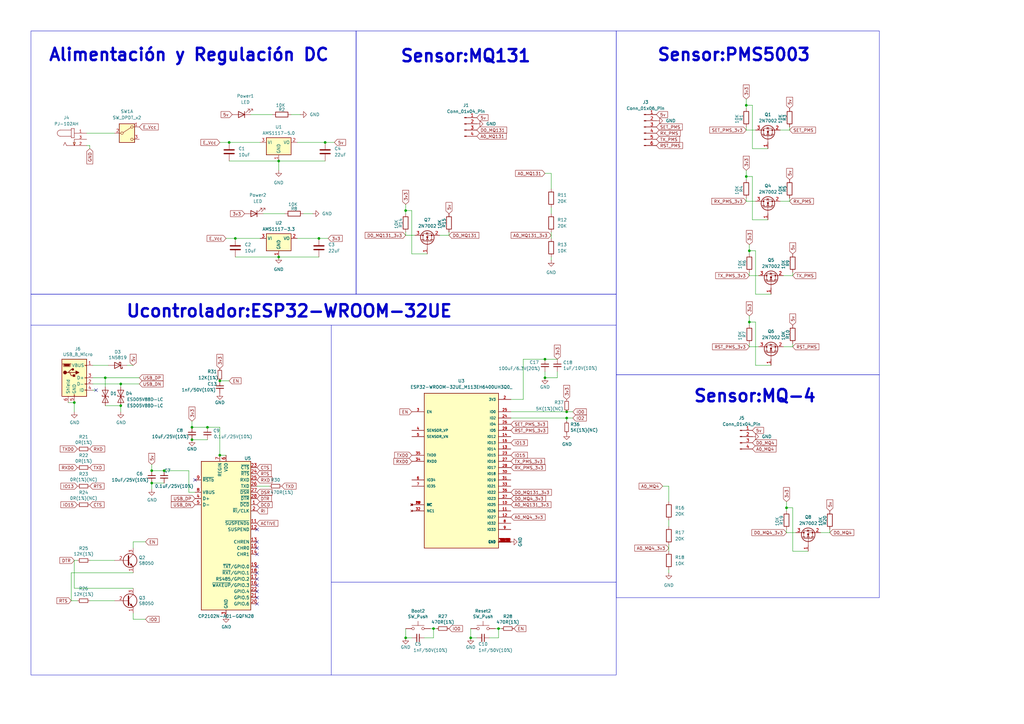
<source format=kicad_sch>
(kicad_sch (version 20231120) (generator "eeschema") (generator_version "8.0")
  (paper "A3")
  (lib_symbols
    (symbol "Connector:Conn_01x04_Pin" (pin_names (offset 1.016) hide)
      (property "Reference" "J" (at 0 5.08 0))
      (property "Value" "Conn_01x04_Pin" (at 0 -7.62 0))
      (symbol "Conn_01x04_Pin_1_1"
        (pin passive line (at 5.08 2.54 180) (length 3.81) (name "Pin_1") (number "1"))
        (pin passive line (at 5.08 0 180) (length 3.81) (name "Pin_2") (number "2"))
        (pin passive line (at 5.08 -2.54 180) (length 3.81) (name "Pin_3") (number "3"))
        (pin passive line (at 5.08 -5.08 180) (length 3.81) (name "Pin_4") (number "4"))
      )
    )
    (symbol "Connector:Conn_01x06_Pin" (pin_names (offset 1.016) hide)
      (property "Reference" "J" (at 0 7.62 0))
      (property "Value" "Conn_01x06_Pin" (at 0 -10.16 0))
      (symbol "Conn_01x06_Pin_1_1"
        (pin passive line (at 5.08 5.08 180) (length 3.81) (name "Pin_1") (number "1"))
        (pin passive line (at 5.08 2.54 180) (length 3.81) (name "Pin_2") (number "2"))
        (pin passive line (at 5.08 0 180) (length 3.81) (name "Pin_3") (number "3"))
        (pin passive line (at 5.08 -2.54 180) (length 3.81) (name "Pin_4") (number "4"))
        (pin passive line (at 5.08 -5.08 180) (length 3.81) (name "Pin_5") (number "5"))
        (pin passive line (at 5.08 -7.62 180) (length 3.81) (name "Pin_6") (number "6"))
      )
    )
    (symbol "Custom_Library:ESP32-WROOM-32UE_M113EH6400UH3Q0_" (pin_names (offset 1.016))
      (property "Reference" "U" (at -15.0359 34.1345 0))
      (property "Value" "ESP32-WROOM-32UE_M113EH6400UH3Q0_" (at -15.2867 -33.1281 0))
      (symbol "ESP32-WROOM-32UE_M113EH6400UH3Q0__0_0"
        (pin power_in line (at 20.32 -27.94 180) (length 5.08) (name "GND") (number "1"))
        (pin bidirectional line (at 20.32 -12.7 180) (length 5.08) (name "IO25") (number "10"))
        (pin bidirectional line (at 20.32 -15.24 180) (length 5.08) (name "IO26") (number "11"))
        (pin bidirectional line (at 20.32 -17.78 180) (length 5.08) (name "IO27") (number "12"))
        (pin bidirectional line (at 20.32 10.16 180) (length 5.08) (name "IO14") (number "13"))
        (pin bidirectional line (at 20.32 15.24 180) (length 5.08) (name "IO12") (number "14"))
        (pin power_in line (at 20.32 -27.94 180) (length 5.08) (name "GND") (number "15"))
        (pin bidirectional line (at 20.32 12.7 180) (length 5.08) (name "IO13") (number "16"))
        (pin no_connect line (at -20.32 -12.7 0) (length 5.08) (name "NC") (number "17"))
        (pin no_connect line (at -20.32 -12.7 0) (length 5.08) (name "NC") (number "18"))
        (pin no_connect line (at -20.32 -12.7 0) (length 5.08) (name "NC") (number "19"))
        (pin power_in line (at 20.32 30.48 180) (length 5.08) (name "3V3") (number "2"))
        (pin no_connect line (at -20.32 -12.7 0) (length 5.08) (name "NC") (number "20"))
        (pin no_connect line (at -20.32 -12.7 0) (length 5.08) (name "NC") (number "21"))
        (pin no_connect line (at -20.32 -12.7 0) (length 5.08) (name "NC") (number "22"))
        (pin bidirectional line (at 20.32 7.62 180) (length 5.08) (name "IO15") (number "23"))
        (pin bidirectional line (at 20.32 22.86 180) (length 5.08) (name "IO2") (number "24"))
        (pin bidirectional line (at 20.32 25.4 180) (length 5.08) (name "IO0") (number "25"))
        (pin bidirectional line (at 20.32 20.32 180) (length 5.08) (name "IO4") (number "26"))
        (pin bidirectional line (at 20.32 5.08 180) (length 5.08) (name "IO16") (number "27"))
        (pin bidirectional line (at 20.32 2.54 180) (length 5.08) (name "IO17") (number "28"))
        (pin bidirectional line (at 20.32 17.78 180) (length 5.08) (name "IO5") (number "29"))
        (pin input line (at -20.32 25.4 0) (length 5.08) (name "EN") (number "3"))
        (pin bidirectional line (at 20.32 0 180) (length 5.08) (name "IO18") (number "30"))
        (pin bidirectional line (at 20.32 -2.54 180) (length 5.08) (name "IO19") (number "31"))
        (pin no_connect line (at -20.32 -15.24 0) (length 5.08) (name "NC1") (number "32"))
        (pin bidirectional line (at 20.32 -5.08 180) (length 5.08) (name "IO21") (number "33"))
        (pin bidirectional line (at -20.32 5.08 0) (length 5.08) (name "RXD0") (number "34"))
        (pin bidirectional line (at -20.32 7.62 0) (length 5.08) (name "TXD0") (number "35"))
        (pin bidirectional line (at 20.32 -7.62 180) (length 5.08) (name "IO22") (number "36"))
        (pin bidirectional line (at 20.32 -10.16 180) (length 5.08) (name "IO23") (number "37"))
        (pin power_in line (at 20.32 -27.94 180) (length 5.08) (name "GND") (number "38"))
        (pin power_in line (at 20.32 -27.94 180) (length 5.08) (name "GND") (number "39_1"))
        (pin power_in line (at 20.32 -27.94 180) (length 5.08) (name "GND") (number "39_10"))
        (pin power_in line (at 20.32 -27.94 180) (length 5.08) (name "GND") (number "39_11"))
        (pin power_in line (at 20.32 -27.94 180) (length 5.08) (name "GND") (number "39_12"))
        (pin power_in line (at 20.32 -27.94 180) (length 5.08) (name "GND") (number "39_13"))
        (pin power_in line (at 20.32 -27.94 180) (length 5.08) (name "GND") (number "39_14"))
        (pin power_in line (at 20.32 -27.94 180) (length 5.08) (name "GND") (number "39_15"))
        (pin power_in line (at 20.32 -27.94 180) (length 5.08) (name "GND") (number "39_16"))
        (pin power_in line (at 20.32 -27.94 180) (length 5.08) (name "GND") (number "39_17"))
        (pin power_in line (at 20.32 -27.94 180) (length 5.08) (name "GND") (number "39_18"))
        (pin power_in line (at 20.32 -27.94 180) (length 5.08) (name "GND") (number "39_19"))
        (pin power_in line (at 20.32 -27.94 180) (length 5.08) (name "GND") (number "39_2"))
        (pin power_in line (at 20.32 -27.94 180) (length 5.08) (name "GND") (number "39_20"))
        (pin power_in line (at 20.32 -27.94 180) (length 5.08) (name "GND") (number "39_21"))
        (pin power_in line (at 20.32 -27.94 180) (length 5.08) (name "GND") (number "39_3"))
        (pin power_in line (at 20.32 -27.94 180) (length 5.08) (name "GND") (number "39_4"))
        (pin power_in line (at 20.32 -27.94 180) (length 5.08) (name "GND") (number "39_5"))
        (pin power_in line (at 20.32 -27.94 180) (length 5.08) (name "GND") (number "39_6"))
        (pin power_in line (at 20.32 -27.94 180) (length 5.08) (name "GND") (number "39_7"))
        (pin power_in line (at 20.32 -27.94 180) (length 5.08) (name "GND") (number "39_8"))
        (pin power_in line (at 20.32 -27.94 180) (length 5.08) (name "GND") (number "39_9"))
        (pin input line (at -20.32 17.78 0) (length 5.08) (name "SENSOR_VP") (number "4"))
        (pin input line (at -20.32 15.24 0) (length 5.08) (name "SENSOR_VN") (number "5"))
        (pin input line (at -20.32 -2.54 0) (length 5.08) (name "IO34") (number "6"))
        (pin input line (at -20.32 -5.08 0) (length 5.08) (name "IO35") (number "7"))
        (pin bidirectional line (at 20.32 -20.32 180) (length 5.08) (name "IO32") (number "8"))
        (pin bidirectional line (at 20.32 -22.86 180) (length 5.08) (name "IO33") (number "9"))
      )
    )
    (symbol "Custom_Library:PJ-102AH" (pin_names (offset 1.016) hide)
      (property "Reference" "J" (at -7.62 5.08 0))
      (property "Value" "PJ-102AH" (at -7.62 -5.08 0))
      (symbol "PJ-102AH_0_0"
        (pin passive line (at 5.08 2.54 180) (length 5.08) (name "~") (number "1"))
        (pin passive line (at 5.08 -2.54 180) (length 5.08) (name "~") (number "2"))
        (pin passive line (at 5.08 0 180) (length 5.08) (name "~") (number "3"))
      )
    )
    (symbol "Device:C" (pin_numbers hide) (pin_names (offset 0.254))
      (property "Reference" "C" (at 0.635 2.54 0))
      (property "Value" "C" (at 0.635 -2.54 0))
      (symbol "C_1_1"
        (pin passive line (at 0 3.81 270) (length 2.794) (name "~") (number "1"))
        (pin passive line (at 0 -3.81 90) (length 2.794) (name "~") (number "2"))
      )
    )
    (symbol "Device:C_Small" (pin_numbers hide) (pin_names (offset 0.254) hide)
      (property "Reference" "C" (at 0.254 1.778 0))
      (property "Value" "C_Small" (at 0.254 -2.032 0))
      (symbol "C_Small_1_1"
        (pin passive line (at 0 2.54 270) (length 2.032) (name "~") (number "1"))
        (pin passive line (at 0 -2.54 90) (length 2.032) (name "~") (number "2"))
      )
    )
    (symbol "Device:LED" (pin_numbers hide) (pin_names (offset 1.016) hide)
      (property "Reference" "D" (at 0 2.54 0))
      (property "Value" "LED" (at 0 -2.54 0))
      (symbol "LED_1_1"
        (pin passive line (at -3.81 0 0) (length 2.54) (name "K") (number "1"))
        (pin passive line (at 3.81 0 180) (length 2.54) (name "A") (number "2"))
      )
    )
    (symbol "Device:R" (pin_numbers hide) (pin_names (offset 0))
      (property "Reference" "R" (at 2.032 0 90))
      (property "Value" "R" (at 0 0 90))
      (symbol "R_1_1"
        (pin passive line (at 0 3.81 270) (length 1.27) (name "~") (number "1"))
        (pin passive line (at 0 -3.81 90) (length 1.27) (name "~") (number "2"))
      )
    )
    (symbol "Device:R_Small" (pin_numbers hide) (pin_names (offset 0.254) hide)
      (property "Reference" "R" (at 0.762 0.508 0))
      (property "Value" "R_Small" (at 0.762 -1.016 0))
      (symbol "R_Small_1_1"
        (pin passive line (at 0 2.54 270) (length 0.762) (name "~") (number "1"))
        (pin passive line (at 0 -2.54 90) (length 0.762) (name "~") (number "2"))
      )
    )
    (symbol "Diode:1N5819" (pin_numbers hide) (pin_names (offset 1.016) hide)
      (property "Reference" "D" (at 0 2.54 0))
      (property "Value" "1N5819" (at 0 -2.54 0))
      (symbol "1N5819_1_1"
        (pin passive line (at -3.81 0 0) (length 2.54) (name "K") (number "1"))
        (pin passive line (at 3.81 0 180) (length 2.54) (name "A") (number "2"))
      )
    )
    (symbol "Regulator_Linear:AMS1117-3.3"
      (property "Reference" "U" (at -3.81 3.175 0))
      (property "Value" "AMS1117-3.3" (at 0 3.175 0))
      (symbol "AMS1117-3.3_1_1"
        (pin power_in line (at 0 -7.62 90) (length 2.54) (name "GND") (number "1"))
        (pin power_out line (at 7.62 0 180) (length 2.54) (name "VO") (number "2"))
        (pin power_in line (at -7.62 0 0) (length 2.54) (name "VI") (number "3"))
      )
    )
    (symbol "Regulator_Linear:AMS1117-5.0"
      (property "Reference" "U" (at -3.81 3.175 0))
      (property "Value" "AMS1117-5.0" (at 0 3.175 0))
      (symbol "AMS1117-5.0_1_1"
        (pin power_in line (at 0 -7.62 90) (length 2.54) (name "GND") (number "1"))
        (pin power_out line (at 7.62 0 180) (length 2.54) (name "VO") (number "2"))
        (pin power_in line (at -7.62 0 0) (length 2.54) (name "VI") (number "3"))
      )
    )
    (symbol "Switch:SW_DPDT_x2" (pin_names (offset 0) hide)
      (property "Reference" "SW" (at 0 5.08 0))
      (property "Value" "SW_DPDT_x2" (at 0 -5.08 0))
      (symbol "SW_DPDT_x2_1_1"
        (pin passive line (at 5.08 2.54 180) (length 2.54) (name "A") (number "1"))
        (pin passive line (at -5.08 0 0) (length 2.54) (name "B") (number "2"))
        (pin passive line (at 5.08 -2.54 180) (length 2.54) (name "C") (number "3"))
      )
      (symbol "SW_DPDT_x2_2_1"
        (pin passive line (at 5.08 2.54 180) (length 2.54) (name "A") (number "4"))
        (pin passive line (at -5.08 0 0) (length 2.54) (name "B") (number "5"))
        (pin passive line (at 5.08 -2.54 180) (length 2.54) (name "C") (number "6"))
      )
    )
    (symbol "Switch:SW_Push" (pin_numbers hide) (pin_names (offset 1.016) hide)
      (property "Reference" "SW" (at 1.27 2.54 0))
      (property "Value" "SW_Push" (at 0 -1.524 0))
      (symbol "SW_Push_0_1"
        (pin passive line (at -5.08 0 0) (length 2.54) (name "1") (number "1"))
        (pin passive line (at 5.08 0 180) (length 2.54) (name "2") (number "2"))
      )
    )
    (symbol "Transistor_BJT:S8050" (pin_names (offset 0) hide)
      (property "Reference" "Q" (at 5.08 1.905 0))
      (property "Value" "S8050" (at 5.08 0 0))
      (symbol "S8050_1_1"
        (pin passive line (at 2.54 -5.08 90) (length 2.54) (name "E") (number "1"))
        (pin input line (at -5.08 0 0) (length 5.08) (name "B") (number "2"))
        (pin passive line (at 2.54 5.08 270) (length 2.54) (name "C") (number "3"))
      )
    )
    (symbol "Transistor_FET:2N7002" (pin_names hide)
      (property "Reference" "Q" (at 5.08 1.905 0))
      (property "Value" "2N7002" (at 5.08 0 0))
      (symbol "2N7002_1_1"
        (pin input line (at -5.08 0 0) (length 2.54) (name "G") (number "1"))
        (pin passive line (at 2.54 -5.08 90) (length 2.54) (name "S") (number "2"))
        (pin passive line (at 2.54 5.08 270) (length 2.54) (name "D") (number "3"))
      )
    )
    (symbol "esp32-rescue:CP2102N-A01-GQFN28-Interface_USB"
      (property "Reference" "U" (at -7.62 31.75 0))
      (property "Value" "Interface_USB_CP2102N-A01-GQFN28" (at 26.67 31.75 0))
      (symbol "CP2102N-A01-GQFN28-Interface_USB_1_1"
        (pin input line (at 12.7 12.7 180) (length 2.54) (name "~{DCD}") (number "1"))
        (pin no_connect line (at -10.16 -10.16 0) (length 2.54) hide (name "NC") (number "10"))
        (pin output line (at 12.7 5.08 180) (length 2.54) (name "~{SUSPENDb}") (number "11"))
        (pin output line (at 12.7 2.54 180) (length 2.54) (name "SUSPEND") (number "12"))
        (pin output line (at 12.7 -2.54 180) (length 2.54) (name "CHREN") (number "13"))
        (pin output line (at 12.7 -7.62 180) (length 2.54) (name "CHR1") (number "14"))
        (pin output line (at 12.7 -5.08 180) (length 2.54) (name "CHR0") (number "15"))
        (pin bidirectional line (at 12.7 -20.32 180) (length 2.54) (name "~{WAKEUP}/GPIO.3") (number "16"))
        (pin bidirectional line (at 12.7 -17.78 180) (length 2.54) (name "RS485/GPIO.2") (number "17"))
        (pin bidirectional line (at 12.7 -15.24 180) (length 2.54) (name "~{RXT}/GPIO.1") (number "18"))
        (pin bidirectional line (at 12.7 -12.7 180) (length 2.54) (name "~{TXT}/GPIO.0") (number "19"))
        (pin bidirectional line (at 12.7 10.16 180) (length 2.54) (name "~{RI}/CLK") (number "2"))
        (pin bidirectional line (at 12.7 -27.94 180) (length 2.54) (name "GPIO.6") (number "20"))
        (pin bidirectional line (at 12.7 -25.4 180) (length 2.54) (name "GPIO.5") (number "21"))
        (pin bidirectional line (at 12.7 -22.86 180) (length 2.54) (name "GPIO.4") (number "22"))
        (pin input line (at 12.7 27.94 180) (length 2.54) (name "~{CTS}") (number "23"))
        (pin output line (at 12.7 25.4 180) (length 2.54) (name "~{RTS}") (number "24"))
        (pin input line (at 12.7 22.86 180) (length 2.54) (name "RXD") (number "25"))
        (pin output line (at 12.7 20.32 180) (length 2.54) (name "TXD") (number "26"))
        (pin input line (at 12.7 17.78 180) (length 2.54) (name "~{DSR}") (number "27"))
        (pin output line (at 12.7 15.24 180) (length 2.54) (name "~{DTR}") (number "28"))
        (pin passive line (at 0 -33.02 90) (length 2.54) hide (name "GND") (number "29"))
        (pin power_in line (at 0 -33.02 90) (length 2.54) (name "GND") (number "3"))
        (pin bidirectional line (at -12.7 15.24 0) (length 2.54) (name "D+") (number "4"))
        (pin bidirectional line (at -12.7 12.7 0) (length 2.54) (name "D-") (number "5"))
        (pin passive line (at 0 33.02 270) (length 2.54) (name "VDD") (number "6"))
        (pin power_in line (at -2.54 33.02 270) (length 2.54) (name "REGIN") (number "7"))
        (pin input line (at -12.7 17.78 0) (length 2.54) (name "VBUS") (number "8"))
        (pin input line (at -12.7 22.86 0) (length 2.54) (name "~{RSTb}") (number "9"))
      )
    )
    (symbol "esp32-rescue:ESD9B5.0ST5G-Diode" (pin_numbers hide) (pin_names (offset 1.016) hide)
      (property "Reference" "D" (at 0 2.54 0))
      (property "Value" "ESD9B5.0ST5G-Diode" (at 0 -2.54 0))
      (symbol "ESD9B5.0ST5G-Diode_1_1"
        (pin passive line (at -3.81 0 0) (length 2.54) (name "A1") (number "1"))
        (pin passive line (at 3.81 0 180) (length 2.54) (name "A2") (number "2"))
      )
    )
    (symbol "esp32-rescue:GND-power" (power) (pin_names (offset 0))
      (property "Value" "power_GND" (at 0 -3.81 0))
      (symbol "GND-power_1_1"
        (pin power_in line (at 0 0 270) (length 0) hide (name "GND") (number "1"))
      )
    )
    (symbol "esp32-rescue:USB_B_Micro-Connector" (pin_names (offset 1.016))
      (property "Reference" "J" (at -5.08 11.43 0))
      (property "Value" "USB_B_Micro-Connector" (at -5.08 8.89 0))
      (symbol "USB_B_Micro-Connector_1_1"
        (pin power_out line (at 7.62 5.08 180) (length 2.54) (name "VBUS") (number "1"))
        (pin passive line (at 7.62 -2.54 180) (length 2.54) (name "D-") (number "2"))
        (pin passive line (at 7.62 0 180) (length 2.54) (name "D+") (number "3"))
        (pin passive line (at 7.62 -5.08 180) (length 2.54) (name "ID") (number "4"))
        (pin power_out line (at 0 -10.16 90) (length 2.54) (name "GND") (number "5"))
        (pin passive line (at -2.54 -10.16 90) (length 2.54) (name "Shield") (number "6"))
      )
    )
    (symbol "power:GND" (power) (pin_numbers hide) (pin_names (offset 0) hide)
      (property "Value" "GND" (at 0 -3.81 0))
      (symbol "GND_1_1"
        (pin power_in line (at 0 0 270) (length 0) (name "~") (number "1"))
      )
    )
  )
  (junction (at 85.09 175.26))
  (junction (at 130.81 97.79))
  (junction (at 177.8 257.81))
  (junction (at 193.04 261.62))
  (junction (at 166.37 86.36))
  (junction (at 30.48 165.1))
  (junction (at 90.17 186.69))
  (junction (at 223.52 154.94))
  (junction (at 67.31 193.04))
  (junction (at 90.17 156.21))
  (junction (at 232.41 168.91))
  (junction (at 78.74 180.34))
  (junction (at 93.98 58.42))
  (junction (at 204.47 257.81))
  (junction (at 43.18 154.94))
  (junction (at 307.34 102.87))
  (junction (at 133.35 58.42))
  (junction (at 49.53 157.48))
  (junction (at 322.58 208.28))
  (junction (at 114.3 105.41))
  (junction (at 232.41 171.45))
  (junction (at 62.23 193.04))
  (junction (at 114.3 66.04))
  (junction (at 96.52 97.79))
  (junction (at 166.37 261.62))
  (junction (at 62.23 198.12))
  (junction (at 306.07 43.18))
  (junction (at 78.74 175.26))
  (junction (at 306.07 72.39))
  (junction (at 49.53 166.37))
  (junction (at 223.52 147.32))
  (junction (at 307.34 132.08))
  (no_connect (at 105.41 245.11))
  (no_connect (at 105.41 222.25))
  (no_connect (at 105.41 224.79))
  (no_connect (at 105.41 240.03))
  (no_connect (at 105.41 217.17))
  (no_connect (at 80.01 196.85))
  (no_connect (at 105.41 242.57))
  (no_connect (at 105.41 227.33))
  (no_connect (at 105.41 237.49))
  (no_connect (at 105.41 234.95))
  (no_connect (at 39.37 160.02))
  (no_connect (at 105.41 247.65))
  (no_connect (at 105.41 232.41))
  (wire (pts (xy 49.53 157.48) (xy 49.53 158.75)))
  (wire (pts (xy 325.12 142.24) (xy 325.12 140.97)))
  (wire (pts (xy 308.61 60.96) (xy 308.61 43.18)))
  (wire (pts (xy 223.52 147.32) (xy 214.63 147.32)))
  (wire (pts (xy 177.8 257.81) (xy 179.07 257.81)))
  (wire (pts (xy 121.92 97.79) (xy 130.81 97.79)))
  (wire (pts (xy 49.53 157.48) (xy 57.15 157.48)))
  (wire (pts (xy 128.27 87.63) (xy 124.46 87.63)))
  (wire (pts (xy 306.07 69.85) (xy 306.07 72.39)))
  (wire (pts (xy 325.12 113.03) (xy 325.12 111.76)))
  (wire (pts (xy 39.37 160.02) (xy 38.1 160.02)))
  (wire (pts (xy 307.34 113.03) (xy 307.34 111.76)))
  (wire (pts (xy 274.32 199.39) (xy 274.32 205.74)))
  (wire (pts (xy 321.31 113.03) (xy 325.12 113.03)))
  (wire (pts (xy 195.58 261.62) (xy 193.04 261.62)))
  (wire (pts (xy 226.06 105.41) (xy 226.06 106.68)))
  (wire (pts (xy 311.15 113.03) (xy 307.34 113.03)))
  (wire (pts (xy 322.58 208.28) (xy 322.58 209.55)))
  (wire (pts (xy 309.88 149.86) (xy 309.88 132.08)))
  (wire (pts (xy 308.61 72.39) (xy 306.07 72.39)))
  (wire (pts (xy 30.48 229.87) (xy 30.48 241.3)))
  (wire (pts (xy 166.37 257.81) (xy 166.37 261.62)))
  (wire (pts (xy 193.04 257.81) (xy 193.04 261.62)))
  (wire (pts (xy 29.21 246.38) (xy 31.75 246.38)))
  (wire (pts (xy 168.91 86.36) (xy 166.37 86.36)))
  (wire (pts (xy 114.3 105.41) (xy 130.81 105.41)))
  (wire (pts (xy 90.17 156.21) (xy 93.98 156.21)))
  (wire (pts (xy 228.6 154.94) (xy 228.6 152.4)))
  (wire (pts (xy 309.88 82.55) (xy 306.07 82.55)))
  (wire (pts (xy 130.81 97.79) (xy 134.62 97.79)))
  (wire (pts (xy 232.41 171.45) (xy 234.95 171.45)))
  (wire (pts (xy 29.21 234.95) (xy 54.61 234.95)))
  (wire (pts (xy 170.18 96.52) (xy 166.37 96.52)))
  (wire (pts (xy 203.2 257.81) (xy 204.47 257.81)))
  (wire (pts (xy 67.31 193.04) (xy 77.47 193.04)))
  (wire (pts (xy 180.34 96.52) (xy 184.15 96.52)))
  (wire (pts (xy 307.34 100.33) (xy 307.34 102.87)))
  (wire (pts (xy 62.23 198.12) (xy 62.23 200.66)))
  (wire (pts (xy 323.85 82.55) (xy 323.85 81.28)))
  (wire (pts (xy 43.18 166.37) (xy 49.53 166.37)))
  (wire (pts (xy 166.37 86.36) (xy 166.37 87.63)))
  (wire (pts (xy 90.17 58.42) (xy 93.98 58.42)))
  (wire (pts (xy 54.61 224.79) (xy 54.61 222.25)))
  (wire (pts (xy 38.1 149.86) (xy 44.45 149.86)))
  (wire (pts (xy 306.07 72.39) (xy 306.07 73.66)))
  (wire (pts (xy 30.48 165.1) (xy 30.48 168.91)))
  (wire (pts (xy 307.34 142.24) (xy 307.34 140.97)))
  (wire (pts (xy 322.58 218.44) (xy 322.58 217.17)))
  (wire (pts (xy 307.34 132.08) (xy 307.34 133.35)))
  (wire (pts (xy 307.34 102.87) (xy 307.34 104.14)))
  (wire (pts (xy 309.88 120.65) (xy 309.88 102.87)))
  (wire (pts (xy 93.98 58.42) (xy 106.68 58.42)))
  (wire (pts (xy 184.15 96.52) (xy 184.15 95.25)))
  (wire (pts (xy 325.12 208.28) (xy 322.58 208.28)))
  (wire (pts (xy 226.06 71.12) (xy 226.06 77.47)))
  (wire (pts (xy 166.37 83.82) (xy 166.37 86.36)))
  (wire (pts (xy 314.96 90.17) (xy 308.61 90.17)))
  (wire (pts (xy 176.53 257.81) (xy 177.8 257.81)))
  (wire (pts (xy 177.8 257.81) (xy 177.8 261.62)))
  (wire (pts (xy 43.18 154.94) (xy 43.18 158.75)))
  (wire (pts (xy 204.47 261.62) (xy 204.47 257.81)))
  (wire (pts (xy 96.52 97.79) (xy 106.68 97.79)))
  (wire (pts (xy 105.41 199.39) (xy 110.49 199.39)))
  (wire (pts (xy 133.35 58.42) (xy 137.16 58.42)))
  (wire (pts (xy 314.96 60.96) (xy 308.61 60.96)))
  (wire (pts (xy 209.55 171.45) (xy 232.41 171.45)))
  (wire (pts (xy 54.61 254) (xy 59.69 254)))
  (wire (pts (xy 228.6 147.32) (xy 223.52 147.32)))
  (wire (pts (xy 311.15 142.24) (xy 307.34 142.24)))
  (wire (pts (xy 340.36 218.44) (xy 340.36 217.17)))
  (wire (pts (xy 307.34 129.54) (xy 307.34 132.08)))
  (wire (pts (xy 309.88 53.34) (xy 306.07 53.34)))
  (wire (pts (xy 29.21 246.38) (xy 29.21 234.95)))
  (wire (pts (xy 271.78 199.39) (xy 274.32 199.39)))
  (wire (pts (xy 38.1 154.94) (xy 43.18 154.94)))
  (wire (pts (xy 90.17 175.26) (xy 90.17 186.69)))
  (wire (pts (xy 114.3 66.04) (xy 133.35 66.04)))
  (wire (pts (xy 62.23 190.5) (xy 62.23 193.04)))
  (wire (pts (xy 306.07 53.34) (xy 306.07 52.07)))
  (wire (pts (xy 36.83 246.38) (xy 46.99 246.38)))
  (wire (pts (xy 121.92 58.42) (xy 133.35 58.42)))
  (wire (pts (xy 166.37 261.62) (xy 168.91 261.62)))
  (wire (pts (xy 232.41 171.45) (xy 232.41 172.72)))
  (wire (pts (xy 54.61 251.46) (xy 54.61 254)))
  (wire (pts (xy 177.8 261.62) (xy 173.99 261.62)))
  (wire (pts (xy 49.53 168.91) (xy 49.53 166.37)))
  (wire (pts (xy 309.88 132.08) (xy 307.34 132.08)))
  (polyline (pts (xy 135.89 238.76) (xy 252.73 238.76)))
  (wire (pts (xy 30.48 229.87) (xy 31.75 229.87)))
  (wire (pts (xy 36.83 59.69) (xy 36.83 60.96)))
  (wire (pts (xy 336.55 218.44) (xy 340.36 218.44)))
  (wire (pts (xy 114.3 66.04) (xy 114.3 69.85)))
  (wire (pts (xy 306.07 40.64) (xy 306.07 43.18)))
  (wire (pts (xy 43.18 154.94) (xy 57.15 154.94)))
  (polyline (pts (xy 12.7 133.35) (xy 252.73 133.35)))
  (wire (pts (xy 54.61 149.86) (xy 52.07 149.86)))
  (wire (pts (xy 308.61 43.18) (xy 306.07 43.18)))
  (wire (pts (xy 175.26 104.14) (xy 168.91 104.14)))
  (wire (pts (xy 320.04 82.55) (xy 323.85 82.55)))
  (wire (pts (xy 223.52 154.94) (xy 223.52 152.4)))
  (wire (pts (xy 38.1 157.48) (xy 49.53 157.48)))
  (wire (pts (xy 78.74 172.72) (xy 78.74 175.26)))
  (wire (pts (xy 331.47 226.06) (xy 325.12 226.06)))
  (wire (pts (xy 77.47 193.04) (xy 77.47 201.93)))
  (wire (pts (xy 168.91 104.14) (xy 168.91 86.36)))
  (wire (pts (xy 102.87 46.99) (xy 111.76 46.99)))
  (wire (pts (xy 92.71 97.79) (xy 96.52 97.79)))
  (wire (pts (xy 209.55 168.91) (xy 232.41 168.91)))
  (wire (pts (xy 308.61 90.17) (xy 308.61 72.39)))
  (wire (pts (xy 62.23 198.12) (xy 67.31 198.12)))
  (wire (pts (xy 274.32 213.36) (xy 274.32 215.9)))
  (wire (pts (xy 325.12 226.06) (xy 325.12 208.28)))
  (wire (pts (xy 30.48 241.3) (xy 54.61 241.3)))
  (wire (pts (xy 85.09 175.26) (xy 90.17 175.26)))
  (wire (pts (xy 54.61 222.25) (xy 59.69 222.25)))
  (wire (pts (xy 123.19 46.99) (xy 119.38 46.99)))
  (wire (pts (xy 316.23 149.86) (xy 309.88 149.86)))
  (wire (pts (xy 27.94 165.1) (xy 30.48 165.1)))
  (wire (pts (xy 35.56 54.61) (xy 46.99 54.61)))
  (wire (pts (xy 78.74 175.26) (xy 85.09 175.26)))
  (wire (pts (xy 107.95 87.63) (xy 116.84 87.63)))
  (wire (pts (xy 323.85 53.34) (xy 323.85 52.07)))
  (wire (pts (xy 93.98 66.04) (xy 114.3 66.04)))
  (wire (pts (xy 326.39 218.44) (xy 322.58 218.44)))
  (wire (pts (xy 92.71 186.69) (xy 90.17 186.69)))
  (wire (pts (xy 321.31 142.24) (xy 325.12 142.24)))
  (wire (pts (xy 77.47 201.93) (xy 80.01 201.93)))
  (wire (pts (xy 166.37 96.52) (xy 166.37 95.25)))
  (wire (pts (xy 228.6 154.94) (xy 223.52 154.94)))
  (wire (pts (xy 274.32 223.52) (xy 274.32 226.06)))
  (wire (pts (xy 320.04 53.34) (xy 323.85 53.34)))
  (wire (pts (xy 205.74 257.81) (xy 204.47 257.81)))
  (wire (pts (xy 306.07 43.18) (xy 306.07 44.45)))
  (wire (pts (xy 200.66 261.62) (xy 204.47 261.62)))
  (wire (pts (xy 35.56 59.69) (xy 36.83 59.69)))
  (wire (pts (xy 85.09 180.34) (xy 78.74 180.34)))
  (polyline (pts (xy 135.89 133.35) (xy 135.89 276.86)))
  (wire (pts (xy 67.31 193.04) (xy 62.23 193.04)))
  (wire (pts (xy 96.52 105.41) (xy 114.3 105.41)))
  (wire (pts (xy 226.06 95.25) (xy 226.06 97.79)))
  (wire (pts (xy 226.06 85.09) (xy 226.06 87.63)))
  (wire (pts (xy 274.32 233.68) (xy 274.32 234.95)))
  (wire (pts (xy 234.95 168.91) (xy 232.41 168.91)))
  (wire (pts (xy 322.58 205.74) (xy 322.58 208.28)))
  (wire (pts (xy 36.83 229.87) (xy 46.99 229.87)))
  (wire (pts (xy 214.63 147.32) (xy 214.63 163.83)))
  (wire (pts (xy 306.07 82.55) (xy 306.07 81.28)))
  (wire (pts (xy 223.52 71.12) (xy 226.06 71.12)))
  (wire (pts (xy 214.63 163.83) (xy 209.55 163.83)))
  (wire (pts (xy 316.23 120.65) (xy 309.88 120.65)))
  (wire (pts (xy 309.88 102.87) (xy 307.34 102.87)))
  (rectangle (start 12.7 120.65) (end 252.73 276.86))
  (rectangle (start 12.7 12.7) (end 146.05 120.65))
  (rectangle (start 252.73 12.7) (end 360.68 153.67))
  (rectangle (start 146.05 12.7) (end 252.73 120.65))
  (rectangle (start 252.73 153.67) (end 360.68 245.11))
  (text "Sensor:MQ-4\n" (at 309.626 162.56 0) (effects (font (size 5 5) (thickness 1) (bold yes))))
  (text "Sensor:MQ131" (at 191.008 23.114 0) (effects (font (size 5 5) (thickness 1) (bold yes))))
  (text "Ucontrolador:ESP32-WROOM-32UE" (at 118.618 127.762 0) (effects (font (size 5 5) (thickness 1) (bold yes))))
  (text "Sensor:PMS5003\n" (at 300.99 22.606 0) (effects (font (size 5 5) (thickness 1) (bold yes))))
  (text "Alimentación y Regulación DC\n" (at 77.47 22.606 0) (effects (font (size 5 5) (thickness 1) (bold yes))))
  (global_label "5v" (shape input) (at 325.12 133.35 90) (property "Intersheetrefs" "${INTERSHEET_REFS}" (effects (hide yes))))
  (global_label "USB_DN" (shape input) (at 80.01 207.01 180) (property "Intersheetrefs" "${INTERSHEET_REFS}" (effects (hide yes))))
  (global_label "5v" (shape input) (at 62.23 190.5 90) (property "Intersheetrefs" "${INTERSHEET_REFS}" (effects (hide yes))))
  (global_label "3v3" (shape input) (at 100.33 87.63 180) (property "Intersheetrefs" "${INTERSHEET_REFS}" (effects (hide yes))))
  (global_label "D0_MQ131_3v3" (shape input) (at 209.55 201.93 0) (property "Intersheetrefs" "${INTERSHEET_REFS}" (effects (hide yes))))
  (global_label "IO0" (shape input) (at 59.69 254 0) (property "Intersheetrefs" "${INTERSHEET_REFS}" (effects (hide yes))))
  (global_label "RXD" (shape input) (at 105.41 196.85 0) (property "Intersheetrefs" "${INTERSHEET_REFS}" (effects (hide yes))))
  (global_label "A0_MQ131_3v3" (shape input) (at 209.55 207.01 0) (property "Intersheetrefs" "${INTERSHEET_REFS}" (effects (hide yes))))
  (global_label "TXD0" (shape input) (at 31.75 184.15 180) (property "Intersheetrefs" "${INTERSHEET_REFS}" (effects (hide yes))))
  (global_label "RXD0" (shape input) (at 168.91 189.23 180) (property "Intersheetrefs" "${INTERSHEET_REFS}" (effects (hide yes))))
  (global_label "5v" (shape input) (at 184.15 87.63 90) (property "Intersheetrefs" "${INTERSHEET_REFS}" (effects (hide yes))))
  (global_label "E_Vcc" (shape input) (at 57.15 52.07 0) (property "Intersheetrefs" "${INTERSHEET_REFS}" (effects (hide yes))))
  (global_label "USB_DP" (shape input) (at 57.15 154.94 0) (property "Intersheetrefs" "${INTERSHEET_REFS}" (effects (hide yes))))
  (global_label "RST_PMS" (shape input) (at 269.24 59.69 0) (property "Intersheetrefs" "${INTERSHEET_REFS}" (effects (hide yes))))
  (global_label "5v" (shape input) (at 54.61 149.86 90) (property "Intersheetrefs" "${INTERSHEET_REFS}" (effects (hide yes))))
  (global_label "3v3" (shape input) (at 90.17 151.13 90) (property "Intersheetrefs" "${INTERSHEET_REFS}" (effects (hide yes))))
  (global_label "5v" (shape input) (at 340.36 209.55 90) (property "Intersheetrefs" "${INTERSHEET_REFS}" (effects (hide yes))))
  (global_label "A0_MQ4_3v3" (shape input) (at 209.55 212.09 0) (property "Intersheetrefs" "${INTERSHEET_REFS}" (effects (hide yes))))
  (global_label "5v" (shape input) (at 137.16 58.42 0) (property "Intersheetrefs" "${INTERSHEET_REFS}" (effects (hide yes))))
  (global_label "RTS" (shape input) (at 36.83 199.39 0) (property "Intersheetrefs" "${INTERSHEET_REFS}" (effects (hide yes))))
  (global_label "RX_PMS_3v3" (shape input) (at 209.55 191.77 0) (property "Intersheetrefs" "${INTERSHEET_REFS}" (effects (hide yes))))
  (global_label "D0_MQ4_3v3" (shape input) (at 322.58 218.44 180) (property "Intersheetrefs" "${INTERSHEET_REFS}" (effects (hide yes))))
  (global_label "5v" (shape input) (at 95.25 46.99 180) (property "Intersheetrefs" "${INTERSHEET_REFS}" (effects (hide yes))))
  (global_label "A0_MQ131" (shape input) (at 223.52 71.12 180) (property "Intersheetrefs" "${INTERSHEET_REFS}" (effects (hide yes))))
  (global_label "3v3" (shape input) (at 166.37 83.82 90) (property "Intersheetrefs" "${INTERSHEET_REFS}" (effects (hide yes))))
  (global_label "RX_PMS_3v3" (shape input) (at 306.07 82.55 180) (property "Intersheetrefs" "${INTERSHEET_REFS}" (effects (hide yes))))
  (global_label "A0_MQ4" (shape input) (at 271.78 199.39 180) (property "Intersheetrefs" "${INTERSHEET_REFS}" (effects (hide yes))))
  (global_label "IO2" (shape input) (at 234.95 171.45 0) (property "Intersheetrefs" "${INTERSHEET_REFS}" (effects (hide yes))))
  (global_label "RST_PMS_3v3" (shape input) (at 209.55 176.53 0) (property "Intersheetrefs" "${INTERSHEET_REFS}" (effects (hide yes))))
  (global_label "3v3" (shape input) (at 307.34 129.54 90) (property "Intersheetrefs" "${INTERSHEET_REFS}" (effects (hide yes))))
  (global_label "ACTIVE" (shape input) (at 105.41 214.63 0) (property "Intersheetrefs" "${INTERSHEET_REFS}" (effects (hide yes))))
  (global_label "RST_PMS" (shape input) (at 325.12 142.24 0) (property "Intersheetrefs" "${INTERSHEET_REFS}" (effects (hide yes))))
  (global_label "TX_PMS_3v3" (shape input) (at 307.34 113.03 180) (property "Intersheetrefs" "${INTERSHEET_REFS}" (effects (hide yes))))
  (global_label "A0_MQ131_3v3" (shape input) (at 226.06 96.52 180) (property "Intersheetrefs" "${INTERSHEET_REFS}" (effects (hide yes))))
  (global_label "5v" (shape input) (at 323.85 73.66 90) (property "Intersheetrefs" "${INTERSHEET_REFS}" (effects (hide yes))))
  (global_label "TXD0" (shape input) (at 168.91 186.69 180) (property "Intersheetrefs" "${INTERSHEET_REFS}" (effects (hide yes))))
  (global_label "3v3" (shape input) (at 307.34 100.33 90) (property "Intersheetrefs" "${INTERSHEET_REFS}" (effects (hide yes))))
  (global_label "TX_PMS" (shape input) (at 269.24 57.15 0) (property "Intersheetrefs" "${INTERSHEET_REFS}" (effects (hide yes))))
  (global_label "IO0" (shape input) (at 234.95 168.91 0) (property "Intersheetrefs" "${INTERSHEET_REFS}" (effects (hide yes))))
  (global_label "EN" (shape input) (at 93.98 156.21 0) (property "Intersheetrefs" "${INTERSHEET_REFS}" (effects (hide yes))))
  (global_label "E_Vcc" (shape input) (at 90.17 58.42 180) (property "Intersheetrefs" "${INTERSHEET_REFS}" (effects (hide yes))))
  (global_label "IO13" (shape input) (at 209.55 181.61 0) (property "Intersheetrefs" "${INTERSHEET_REFS}" (effects (hide yes))))
  (global_label "TX_PMS" (shape input) (at 325.12 113.03 0) (property "Intersheetrefs" "${INTERSHEET_REFS}" (effects (hide yes))))
  (global_label "RXD0" (shape input) (at 31.75 191.77 180) (property "Intersheetrefs" "${INTERSHEET_REFS}" (effects (hide yes))))
  (global_label "D0_MQ4" (shape input) (at 340.36 218.44 0) (property "Intersheetrefs" "${INTERSHEET_REFS}" (effects (hide yes))))
  (global_label "TXD" (shape input) (at 36.83 191.77 0) (property "Intersheetrefs" "${INTERSHEET_REFS}" (effects (hide yes))))
  (global_label "EN" (shape input) (at 210.82 257.81 0) (property "Intersheetrefs" "${INTERSHEET_REFS}" (effects (hide yes))))
  (global_label "E_Vcc" (shape input) (at 92.71 97.79 180) (property "Intersheetrefs" "${INTERSHEET_REFS}" (effects (hide yes))))
  (global_label "D0_MQ4" (shape input) (at 308.61 181.61 0) (property "Intersheetrefs" "${INTERSHEET_REFS}" (effects (hide yes))))
  (global_label "3v3" (shape input) (at 134.62 97.79 0) (property "Intersheetrefs" "${INTERSHEET_REFS}" (effects (hide yes))))
  (global_label "IO15" (shape input) (at 31.75 207.01 180) (property "Intersheetrefs" "${INTERSHEET_REFS}" (effects (hide yes))))
  (global_label "D0_MQ4_3v3" (shape input) (at 209.55 204.47 0) (property "Intersheetrefs" "${INTERSHEET_REFS}" (effects (hide yes))))
  (global_label "IO0" (shape input) (at 184.15 257.81 0) (property "Intersheetrefs" "${INTERSHEET_REFS}" (effects (hide yes))))
  (global_label "3v3" (shape input) (at 322.58 205.74 90) (property "Intersheetrefs" "${INTERSHEET_REFS}" (effects (hide yes))))
  (global_label "SET_PMS_3v3" (shape input) (at 306.07 53.34 180) (property "Intersheetrefs" "${INTERSHEET_REFS}" (effects (hide yes))))
  (global_label "SET_PMS" (shape input) (at 323.85 53.34 0) (property "Intersheetrefs" "${INTERSHEET_REFS}" (effects (hide yes))))
  (global_label "3v3" (shape input) (at 306.07 69.85 90) (property "Intersheetrefs" "${INTERSHEET_REFS}" (effects (hide yes))))
  (global_label "TXD" (shape input) (at 115.57 199.39 0) (property "Intersheetrefs" "${INTERSHEET_REFS}" (effects (hide yes))))
  (global_label "5v" (shape input) (at 325.12 104.14 90) (property "Intersheetrefs" "${INTERSHEET_REFS}" (effects (hide yes))))
  (global_label "3v3" (shape input) (at 306.07 40.64 90) (property "Intersheetrefs" "${INTERSHEET_REFS}" (effects (hide yes))))
  (global_label "D0_MQ131_3v3" (shape input) (at 166.37 96.52 180) (property "Intersheetrefs" "${INTERSHEET_REFS}" (effects (hide yes))))
  (global_label "DTR" (shape input) (at 30.48 229.87 180) (property "Intersheetrefs" "${INTERSHEET_REFS}" (effects (hide yes))))
  (global_label "USB_DP" (shape input) (at 80.01 204.47 180) (property "Intersheetrefs" "${INTERSHEET_REFS}" (effects (hide yes))))
  (global_label "RST_PMS_3v3" (shape input) (at 307.34 142.24 180) (property "Intersheetrefs" "${INTERSHEET_REFS}" (effects (hide yes))))
  (global_label "EN" (shape input) (at 168.91 168.91 180) (property "Intersheetrefs" "${INTERSHEET_REFS}" (effects (hide yes))))
  (global_label "A0_MQ4_3v3" (shape input) (at 274.32 224.79 180) (property "Intersheetrefs" "${INTERSHEET_REFS}" (effects (hide yes))))
  (global_label "DCD" (shape input) (at 105.41 207.01 0) (property "Intersheetrefs" "${INTERSHEET_REFS}" (effects (hide yes))))
  (global_label "5v" (shape input) (at 323.85 44.45 90) (property "Intersheetrefs" "${INTERSHEET_REFS}" (effects (hide yes))))
  (global_label "GND" (shape input) (at 36.83 60.96 270) (property "Intersheetrefs" "${INTERSHEET_REFS}" (effects (hide yes))))
  (global_label "5v" (shape input) (at 195.58 48.26 0) (property "Intersheetrefs" "${INTERSHEET_REFS}" (effects (hide yes))))
  (global_label "RTS" (shape input) (at 105.41 194.31 0) (property "Intersheetrefs" "${INTERSHEET_REFS}" (effects (hide yes))))
  (global_label "3v3" (shape input) (at 232.41 163.83 90) (property "Intersheetrefs" "${INTERSHEET_REFS}" (effects (hide yes))))
  (global_label "TX_PMS_3v3" (shape input) (at 209.55 189.23 0) (property "Intersheetrefs" "${INTERSHEET_REFS}" (effects (hide yes))))
  (global_label "USB_DN" (shape input) (at 57.15 157.48 0) (property "Intersheetrefs" "${INTERSHEET_REFS}" (effects (hide yes))))
  (global_label "SET_PMS" (shape input) (at 269.24 52.07 0) (property "Intersheetrefs" "${INTERSHEET_REFS}" (effects (hide yes))))
  (global_label "A0_MQ4" (shape input) (at 308.61 184.15 0) (property "Intersheetrefs" "${INTERSHEET_REFS}" (effects (hide yes))))
  (global_label "5v" (shape input) (at 308.61 176.53 0) (property "Intersheetrefs" "${INTERSHEET_REFS}" (effects (hide yes))))
  (global_label "D0_MQ131" (shape input) (at 195.58 53.34 0) (property "Intersheetrefs" "${INTERSHEET_REFS}" (effects (hide yes))))
  (global_label "IO15" (shape input) (at 209.55 186.69 0) (property "Intersheetrefs" "${INTERSHEET_REFS}" (effects (hide yes))))
  (global_label "3v3" (shape input) (at 78.74 172.72 90) (property "Intersheetrefs" "${INTERSHEET_REFS}" (effects (hide yes))))
  (global_label "SET_PMS_3v3" (shape input) (at 209.55 173.99 0) (property "Intersheetrefs" "${INTERSHEET_REFS}" (effects (hide yes))))
  (global_label "D0_MQ131" (shape input) (at 184.15 96.52 0) (property "Intersheetrefs" "${INTERSHEET_REFS}" (effects (hide yes))))
  (global_label "DSR" (shape input) (at 105.41 201.93 0) (property "Intersheetrefs" "${INTERSHEET_REFS}" (effects (hide yes))))
  (global_label "A0_MQ131" (shape input) (at 195.58 55.88 0) (property "Intersheetrefs" "${INTERSHEET_REFS}" (effects (hide yes))))
  (global_label "RX_PMS" (shape input) (at 323.85 82.55 0) (property "Intersheetrefs" "${INTERSHEET_REFS}" (effects (hide yes))))
  (global_label "CTS" (shape input) (at 105.41 191.77 0) (property "Intersheetrefs" "${INTERSHEET_REFS}" (effects (hide yes))))
  (global_label "RXD" (shape input) (at 36.83 184.15 0) (property "Intersheetrefs" "${INTERSHEET_REFS}" (effects (hide yes))))
  (global_label "EN" (shape input) (at 59.69 222.25 0) (property "Intersheetrefs" "${INTERSHEET_REFS}" (effects (hide yes))))
  (global_label "RTS" (shape input) (at 29.21 246.38 180) (property "Intersheetrefs" "${INTERSHEET_REFS}" (effects (hide yes))))
  (global_label "5v" (shape input) (at 269.24 46.99 0) (property "Intersheetrefs" "${INTERSHEET_REFS}" (effects (hide yes))))
  (global_label "DTR" (shape input) (at 105.41 204.47 0) (property "Intersheetrefs" "${INTERSHEET_REFS}" (effects (hide yes))))
  (global_label "RX_PMS" (shape input) (at 269.24 54.61 0) (property "Intersheetrefs" "${INTERSHEET_REFS}" (effects (hide yes))))
  (global_label "3v3" (shape input) (at 228.6 147.32 90) (property "Intersheetrefs" "${INTERSHEET_REFS}" (effects (hide yes))))
  (global_label "RI" (shape input) (at 105.41 209.55 0) (property "Intersheetrefs" "${INTERSHEET_REFS}" (effects (hide yes))))
  (global_label "IO13" (shape input) (at 31.75 199.39 180) (property "Intersheetrefs" "${INTERSHEET_REFS}" (effects (hide yes))))
  (global_label "CTS" (shape input) (at 36.83 207.01 0) (property "Intersheetrefs" "${INTERSHEET_REFS}" (effects (hide yes))))
  (symbol (lib_id "Connector:Conn_01x04_Pin") (at 303.53 179.07 0) (unit 1)
    (property "Reference" "J5" (at 304.165 171.45 0))
    (property "Value" "Conn_01x04_Pin" (at 304.165 173.99 0))
    (property "Footprint" "Connector_PinHeader_2.54mm:PinHeader_1x04_P2.54mm_Horizontal" (effects (hide yes)))
    (property "Description" "Generic connector, single row, 01x04, script generated" (effects (hide yes)))
  )
  (symbol (lib_id "Device:LED") (at 104.14 87.63 180) (unit 1)
    (property "Reference" "Power2" (at 105.7275 80.01 0))
    (property "Value" "LED" (at 105.7275 82.55 0))
    (property "Footprint" "LED_SMD:LED_1206_3216Metric_Pad1.42x1.75mm_HandSolder" (effects (hide yes)))
    (property "Description" "Light emitting diode" (effects (hide yes)))
  )
  (symbol (lib_id "Device:R") (at 325.12 137.16 180) (unit 1)
    (property "Reference" "R10" (at 323.088 137.16 90))
    (property "Value" "10K" (at 321.31 137.668 90))
    (property "Footprint" "Resistor_SMD:R_0402_1005Metric" (effects (hide yes)))
    (property "Description" "Resistor" (effects (hide yes)))
  )
  (symbol (lib_id "Device:C_Small") (at 223.52 149.86 0) (unit 1)
    (property "Reference" "C17" (at 217.17 148.59 0) (effects (justify left)))
    (property "Value" "100uF/6.3V(20%)" (at 204.47 151.13 0) (effects (justify left)))
    (property "Footprint" "Capacitor_SMD:C_0603_1608Metric" (effects (hide yes)))
  )
  (symbol (lib_id "Device:C") (at 130.81 101.6 0) (unit 1)
    (property "Reference" "C3" (at 134.62 100.3299 0) (effects (justify left)))
    (property "Value" "22uF" (at 134.62 102.8699 0) (effects (justify left)))
    (property "Footprint" "Capacitor_THT:CP_Radial_D4.0mm_P2.00mm" (effects (hide yes)))
    (property "Description" "Unpolarized capacitor" (effects (hide yes)))
  )
  (symbol (lib_id "Connector:Conn_01x06_Pin") (at 264.16 52.07 0) (unit 1)
    (property "Reference" "J3" (at 264.795 41.91 0))
    (property "Value" "Conn_01x06_Pin" (at 264.795 44.45 0))
    (property "Footprint" "Connector_PinHeader_2.54mm:PinHeader_1x06_P2.54mm_Horizontal" (effects (hide yes)))
    (property "Description" "Generic connector, single row, 01x06, script generated" (effects (hide yes)))
  )
  (symbol (lib_id "Diode:1N5819") (at 48.26 149.86 180) (unit 1)
    (property "Reference" "D3" (at 48.26 144.3482 0))
    (property "Value" "1N5819" (at 48.26 146.6596 0))
    (property "Footprint" "Diode_SMD:D_0402_1005Metric" (effects (hide yes)))
    (property "Datasheet" "http://www.vishay.com/docs/88525/1n5817.pdf" (effects (hide yes)))
  )
  (symbol (lib_id "Device:R") (at 184.15 91.44 180) (unit 1)
    (property "Reference" "R15" (at 182.118 91.44 90))
    (property "Value" "10K" (at 180.34 91.948 90))
    (property "Footprint" "Resistor_SMD:R_0402_1005Metric" (effects (hide yes)))
    (property "Description" "Resistor" (effects (hide yes)))
  )
  (symbol (lib_id "Transistor_FET:2N7002") (at 314.96 55.88 90) (unit 1)
    (property "Reference" "Q1" (at 314.96 46.99 90))
    (property "Value" "2N7002" (at 314.96 49.53 90))
    (property "Footprint" "Package_TO_SOT_SMD:SOT-23" (effects (hide yes)))
    (property "Datasheet" "https://www.onsemi.com/pub/Collateral/NDS7002A-D.PDF" (effects (hide yes)))
    (property "Description" "0.115A Id, 60V Vds, N-Channel MOSFET, SOT-23" (effects (hide yes)))
  )
  (symbol (lib_id "Device:R") (at 322.58 213.36 180) (unit 1)
    (property "Reference" "R19" (at 320.548 213.36 90))
    (property "Value" "10K" (at 318.77 213.868 90))
    (property "Footprint" "Resistor_SMD:R_0402_1005Metric" (effects (hide yes)))
    (property "Description" "Resistor" (effects (hide yes)))
  )
  (symbol (lib_id "Device:R_Small") (at 208.28 257.81 270) (unit 1)
    (property "Reference" "R28" (at 208.28 252.8316 90))
    (property "Value" "470R(1%)" (at 208.28 255.143 90))
    (property "Footprint" "Resistor_SMD:R_0402_1005Metric" (effects (hide yes)))
  )
  (symbol (lib_id "Transistor_FET:2N7002") (at 316.23 115.57 90) (unit 1)
    (property "Reference" "Q5" (at 316.23 106.68 90))
    (property "Value" "2N7002" (at 316.23 109.22 90))
    (property "Footprint" "Package_TO_SOT_SMD:SOT-23" (effects (hide yes)))
    (property "Datasheet" "https://www.onsemi.com/pub/Collateral/NDS7002A-D.PDF" (effects (hide yes)))
    (property "Description" "0.115A Id, 60V Vds, N-Channel MOSFET, SOT-23" (effects (hide yes)))
  )
  (symbol (lib_id "Switch:SW_Push") (at 171.45 257.81 0) (unit 1)
    (property "Reference" "Boot2" (at 171.45 250.571 0))
    (property "Value" "SW_Push" (at 171.45 252.8824 0))
    (property "Footprint" "Button_Switch_SMD:SW_Push_SPST_NO_Alps_SKRK" (effects (hide yes)))
  )
  (symbol (lib_id "Connector:Conn_01x04_Pin") (at 190.5 50.8 0) (unit 1)
    (property "Reference" "J1" (at 191.135 43.18 0))
    (property "Value" "Conn_01x04_Pin" (at 191.135 45.72 0))
    (property "Footprint" "Connector_PinHeader_2.54mm:PinHeader_1x04_P2.54mm_Horizontal" (effects (hide yes)))
    (property "Description" "Generic connector, single row, 01x04, script generated" (effects (hide yes)))
  )
  (symbol (lib_id "Device:R") (at 340.36 213.36 180) (unit 1)
    (property "Reference" "R20" (at 338.328 213.36 90))
    (property "Value" "10K" (at 336.55 213.868 90))
    (property "Footprint" "Resistor_SMD:R_0402_1005Metric" (effects (hide yes)))
    (property "Description" "Resistor" (effects (hide yes)))
  )
  (symbol (lib_id "Regulator_Linear:AMS1117-3.3") (at 114.3 97.79 0) (unit 1)
    (property "Reference" "U2" (at 114.3 91.44 0))
    (property "Value" "AMS1117-3.3" (at 114.3 93.98 0))
    (property "Footprint" "Package_TO_SOT_SMD:SOT-223-3_TabPin2" (effects (hide yes)))
    (property "Datasheet" "http://www.advanced-monolithic.com/pdf/ds1117.pdf" (effects (hide yes)))
    (property "Description" "1A Low Dropout regulator, positive, 3.3V fixed output, SOT-223" (effects (hide yes)))
  )
  (symbol (lib_id "Device:R_Small") (at 232.41 166.37 0) (unit 1)
    (property "Reference" "R37" (at 227.33 165.1 0) (effects (justify left)))
    (property "Value" "5K(1%)(NC)" (at 219.71 167.64 0) (effects (justify left)))
    (property "Footprint" "Resistor_SMD:R_0402_1005Metric" (effects (hide yes)))
  )
  (symbol (lib_id "power:GND") (at 123.19 46.99 90) (unit 1)
    (property "Reference" "#PWR03" (effects (hide yes)))
    (property "Value" "GND" (at 127 46.9899 90) (effects (justify right)))
    (property "Description" "Power symbol creates a global label with name \"GND\" , ground" (effects (hide yes)))
  )
  (symbol (lib_id "Device:C_Small") (at 62.23 195.58 0) (unit 1)
    (property "Reference" "C6" (at 55.88 194.31 0) (effects (justify left)))
    (property "Value" "10uF/25V(10%)" (at 45.72 196.85 0) (effects (justify left)))
    (property "Footprint" "Capacitor_SMD:C_0603_1608Metric" (effects (hide yes)))
  )
  (symbol (lib_id "Device:C_Small") (at 85.09 177.8 0) (unit 1)
    (property "Reference" "C9" (at 87.4268 176.6316 0) (effects (justify left)))
    (property "Value" "0.1uF/25V(10%)" (at 87.63 179.07 0) (effects (justify left)))
    (property "Footprint" "Capacitor_SMD:C_0402_1005Metric" (effects (hide yes)))
  )
  (symbol (lib_id "Device:C") (at 133.35 62.23 0) (unit 1)
    (property "Reference" "C4" (at 137.16 60.9599 0) (effects (justify left)))
    (property "Value" "22uF" (at 137.16 63.4999 0) (effects (justify left)))
    (property "Footprint" "Capacitor_THT:CP_Radial_D4.0mm_P2.00mm" (effects (hide yes)))
    (property "Description" "Unpolarized capacitor" (effects (hide yes)))
  )
  (symbol (lib_id "Device:R_Small") (at 90.17 153.67 180) (unit 1)
    (property "Reference" "R31" (at 85.09 152.4 0) (effects (justify right)))
    (property "Value" "12K(1%)" (at 81.28 154.94 0) (effects (justify right)))
    (property "Footprint" "Resistor_SMD:R_0402_1005Metric" (effects (hide yes)))
  )
  (symbol (lib_id "power:GND") (at 114.3 69.85 0) (unit 1)
    (property "Reference" "#PWR01" (effects (hide yes)))
    (property "Value" "GND" (at 114.3 74.93 0))
    (property "Description" "Power symbol creates a global label with name \"GND\" , ground" (effects (hide yes)))
  )
  (symbol (lib_id "esp32-rescue:GND-power") (at 223.52 154.94 0) (unit 1)
    (property "Reference" "#PWR037" (effects (hide yes)))
    (property "Value" "GND" (at 223.52 158.75 0))
  )
  (symbol (lib_id "power:GND") (at 226.06 106.68 0) (unit 1)
    (property "Reference" "#PWR07" (effects (hide yes)))
    (property "Value" "GND" (at 226.06 111.76 0))
    (property "Description" "Power symbol creates a global label with name \"GND\" , ground" (effects (hide yes)))
  )
  (symbol (lib_id "esp32-rescue:GND-power") (at 49.53 168.91 0) (unit 1)
    (property "Reference" "#PWR013" (effects (hide yes)))
    (property "Value" "GND" (at 49.657 173.3042 0))
  )
  (symbol (lib_id "Device:R_Small") (at 232.41 175.26 0) (unit 1)
    (property "Reference" "R36" (at 233.9086 174.0916 0) (effects (justify left)))
    (property "Value" "5K(1%)(NC)" (at 233.9086 176.403 0) (effects (justify left)))
    (property "Footprint" "Resistor_SMD:R_0402_1005Metric" (effects (hide yes)))
  )
  (symbol (lib_id "esp32-rescue:GND-power") (at 209.55 222.25 90) (unit 1)
    (property "Reference" "#PWR039" (effects (hide yes)))
    (property "Value" "GND" (at 213.36 222.25 0))
  )
  (symbol (lib_id "Transistor_FET:2N7002") (at 314.96 85.09 90) (unit 1)
    (property "Reference" "Q4" (at 314.96 76.2 90))
    (property "Value" "2N7002" (at 314.96 78.74 90))
    (property "Footprint" "Package_TO_SOT_SMD:SOT-23" (effects (hide yes)))
    (property "Datasheet" "https://www.onsemi.com/pub/Collateral/NDS7002A-D.PDF" (effects (hide yes)))
    (property "Description" "0.115A Id, 60V Vds, N-Channel MOSFET, SOT-23" (effects (hide yes)))
  )
  (symbol (lib_id "Switch:SW_DPDT_x2") (at 52.07 54.61 0) (unit 1)
    (property "Reference" "SW1" (at 52.07 45.72 0))
    (property "Value" "SW_DPDT_x2" (at 52.07 48.26 0))
    (property "Footprint" "Button_Switch_THT:SW_CK_JS202011AQN_DPDT_Angled" (effects (hide yes)))
    (property "Description" "Switch, dual pole double throw, separate symbols" (effects (hide yes)))
  )
  (symbol (lib_id "esp32-rescue:ESD9B5.0ST5G-Diode") (at 43.18 162.56 270) (unit 1)
    (property "Reference" "D1" (at 45.1866 161.3916 90) (effects (justify left)))
    (property "Value" "ESD05V88D-LC" (at 52.07 166.37 90) (effects (justify left)))
    (property "Footprint" "Diode_SMD:D_0402_1005Metric" (effects (hide yes)))
    (property "Datasheet" "https://www.onsemi.com/pub/Collateral/ESD9B-D.PDF" (effects (hide yes)))
  )
  (symbol (lib_id "Device:R") (at 307.34 107.95 180) (unit 1)
    (property "Reference" "R6" (at 305.308 107.95 90))
    (property "Value" "10K" (at 303.53 108.458 90))
    (property "Footprint" "Resistor_SMD:R_0402_1005Metric" (effects (hide yes)))
    (property "Description" "Resistor" (effects (hide yes)))
  )
  (symbol (lib_id "power:GND") (at 269.24 49.53 90) (unit 1)
    (property "Reference" "#PWR05" (effects (hide yes)))
    (property "Value" "GND" (at 273.05 49.5299 90) (effects (justify right)))
    (property "Description" "Power symbol creates a global label with name \"GND\" , ground" (effects (hide yes)))
  )
  (symbol (lib_id "Device:R") (at 323.85 48.26 180) (unit 1)
    (property "Reference" "R3" (at 321.818 48.26 90))
    (property "Value" "10K" (at 320.04 48.768 90))
    (property "Footprint" "Resistor_SMD:R_0402_1005Metric" (effects (hide yes)))
    (property "Description" "Resistor" (effects (hide yes)))
  )
  (symbol (lib_id "power:GND") (at 195.58 50.8 90) (unit 1)
    (property "Reference" "#PWR06" (effects (hide yes)))
    (property "Value" "GND" (at 199.39 50.7999 90) (effects (justify right)))
    (property "Description" "Power symbol creates a global label with name \"GND\" , ground" (effects (hide yes)))
  )
  (symbol (lib_id "Device:R") (at 274.32 229.87 0) (unit 1)
    (property "Reference" "R18" (at 276.86 228.5999 0) (effects (justify left)))
    (property "Value" "10K" (at 276.86 231.1399 0) (effects (justify left)))
    (property "Footprint" "Resistor_SMD:R_1206_3216Metric_Pad1.30x1.75mm_HandSolder" (effects (hide yes)))
    (property "Description" "Resistor" (effects (hide yes)))
  )
  (symbol (lib_id "power:GND") (at 274.32 234.95 0) (unit 1)
    (property "Reference" "#PWR09" (effects (hide yes)))
    (property "Value" "GND" (at 274.32 240.03 0))
    (property "Description" "Power symbol creates a global label with name \"GND\" , ground" (effects (hide yes)))
  )
  (symbol (lib_id "Device:R_Small") (at 34.29 184.15 270) (unit 1)
    (property "Reference" "R21" (at 34.29 179.1716 90))
    (property "Value" "0R(1%)" (at 34.29 181.483 90))
    (property "Footprint" "Resistor_SMD:R_0402_1005Metric" (effects (hide yes)))
  )
  (symbol (lib_id "Device:R_Small") (at 181.61 257.81 270) (unit 1)
    (property "Reference" "R27" (at 181.61 252.8316 90))
    (property "Value" "470R(1%)" (at 181.61 255.143 90))
    (property "Footprint" "Resistor_SMD:R_0402_1005Metric" (effects (hide yes)))
  )
  (symbol (lib_id "Device:R") (at 166.37 91.44 180) (unit 1)
    (property "Reference" "R14" (at 164.338 91.44 90))
    (property "Value" "10K" (at 162.56 91.948 90))
    (property "Footprint" "Resistor_SMD:R_0402_1005Metric" (effects (hide yes)))
    (property "Description" "Resistor" (effects (hide yes)))
  )
  (symbol (lib_id "Device:C_Small") (at 228.6 149.86 0) (unit 1)
    (property "Reference" "C18" (at 230.9368 148.6916 0) (effects (justify left)))
    (property "Value" "1uF/10V(10%)" (at 230.9368 151.003 0) (effects (justify left)))
    (property "Footprint" "Capacitor_SMD:C_0402_1005Metric" (effects (hide yes)))
  )
  (symbol (lib_id "esp32-rescue:GND-power") (at 166.37 261.62 0) (unit 1)
    (property "Reference" "#PWR011" (effects (hide yes)))
    (property "Value" "GND" (at 166.37 265.43 0))
  )
  (symbol (lib_id "Device:R") (at 325.12 107.95 180) (unit 1)
    (property "Reference" "R9" (at 323.088 107.95 90))
    (property "Value" "10K" (at 321.31 108.458 90))
    (property "Footprint" "Resistor_SMD:R_0402_1005Metric" (effects (hide yes)))
    (property "Description" "Resistor" (effects (hide yes)))
  )
  (symbol (lib_id "esp32-rescue:GND-power") (at 232.41 177.8 0) (unit 1)
    (property "Reference" "#PWR035" (effects (hide yes)))
    (property "Value" "GND" (at 232.537 182.1942 0))
  )
  (symbol (lib_id "Device:R") (at 306.07 77.47 180) (unit 1)
    (property "Reference" "R4" (at 304.038 77.47 90))
    (property "Value" "10K" (at 302.26 77.978 90))
    (property "Footprint" "Resistor_SMD:R_0402_1005Metric" (effects (hide yes)))
    (property "Description" "Resistor" (effects (hide yes)))
  )
  (symbol (lib_id "Device:C_Small") (at 90.17 158.75 0) (unit 1)
    (property "Reference" "C13" (at 85.09 157.48 0) (effects (justify left)))
    (property "Value" "1nF/50V(10%)" (at 88.519 159.893 0) (effects (justify right)))
    (property "Footprint" "Capacitor_SMD:C_0402_1005Metric" (effects (hide yes)))
  )
  (symbol (lib_id "esp32-rescue:GND-power") (at 90.17 161.29 0) (unit 1)
    (property "Reference" "#PWR028" (effects (hide yes)))
    (property "Value" "GND" (at 90.17 165.1 0))
  )
  (symbol (lib_id "esp32-rescue:GND-power") (at 78.74 180.34 0) (unit 1)
    (property "Reference" "#PWR020" (effects (hide yes)))
    (property "Value" "GND" (at 78.74 184.15 0))
  )
  (symbol (lib_id "Regulator_Linear:AMS1117-5.0") (at 114.3 58.42 0) (unit 1)
    (property "Reference" "U1" (at 114.3 52.07 0))
    (property "Value" "AMS1117-5.0" (at 114.3 54.61 0))
    (property "Footprint" "Package_TO_SOT_SMD:SOT-223-3_TabPin2" (effects (hide yes)))
    (property "Datasheet" "http://www.advanced-monolithic.com/pdf/ds1117.pdf" (effects (hide yes)))
    (property "Description" "1A Low Dropout regulator, positive, 5.0V fixed output, SOT-223" (effects (hide yes)))
  )
  (symbol (lib_id "Transistor_FET:2N7002") (at 175.26 99.06 90) (unit 1)
    (property "Reference" "Q7" (at 175.26 90.17 90))
    (property "Value" "2N7002" (at 175.26 92.71 90))
    (property "Footprint" "Package_TO_SOT_SMD:SOT-23" (effects (hide yes)))
    (property "Datasheet" "https://www.onsemi.com/pub/Collateral/NDS7002A-D.PDF" (effects (hide yes)))
    (property "Description" "0.115A Id, 60V Vds, N-Channel MOSFET, SOT-23" (effects (hide yes)))
  )
  (symbol (lib_id "power:GND") (at 128.27 87.63 90) (unit 1)
    (property "Reference" "#PWR04" (effects (hide yes)))
    (property "Value" "GND" (at 132.08 87.6299 90) (effects (justify right)))
    (property "Description" "Power symbol creates a global label with name \"GND\" , ground" (effects (hide yes)))
  )
  (symbol (lib_id "Device:C") (at 96.52 101.6 0) (unit 1)
    (property "Reference" "C2" (at 100.33 100.3299 0) (effects (justify left)))
    (property "Value" "10uF" (at 100.33 102.8699 0) (effects (justify left)))
    (property "Footprint" "Capacitor_THT:CP_Radial_D4.0mm_P2.00mm" (effects (hide yes)))
    (property "Description" "Unpolarized capacitor" (effects (hide yes)))
  )
  (symbol (lib_id "Device:R") (at 226.06 101.6 0) (unit 1)
    (property "Reference" "R13" (at 228.6 100.3299 0) (effects (justify left)))
    (property "Value" "10K" (at 228.6 102.8699 0) (effects (justify left)))
    (property "Footprint" "Resistor_SMD:R_1206_3216Metric_Pad1.30x1.75mm_HandSolder" (effects (hide yes)))
    (property "Description" "Resistor" (effects (hide yes)))
  )
  (symbol (lib_id "esp32-rescue:USB_B_Micro-Connector") (at 30.48 154.94 0) (unit 1)
    (property "Reference" "J6" (at 31.9278 143.0782 0))
    (property "Value" "USB_B_Micro" (at 31.9278 145.3896 0))
    (property "Footprint" "Connector_USB:USB_Micro-B_Molex_47346-0001" (effects (hide yes)))
  )
  (symbol (lib_id "esp32-rescue:ESD9B5.0ST5G-Diode") (at 49.53 162.56 270) (unit 1)
    (property "Reference" "D4" (at 51.5366 161.3916 90) (effects (justify left)))
    (property "Value" "ESD05V88D-LC" (at 52.07 163.83 90) (effects (justify left)))
    (property "Footprint" "Diode_SMD:D_0402_1005Metric" (effects (hide yes)))
    (property "Datasheet" "https://www.onsemi.com/pub/Collateral/ESD9B-D.PDF" (effects (hide yes)))
  )
  (symbol (lib_id "Custom_Library:PJ-102AH") (at 30.48 57.15 0) (unit 1)
    (property "Reference" "J4" (at 27.2415 48.26 0))
    (property "Value" "PJ-102AH" (at 27.2415 50.8 0))
    (property "Footprint" "CUI_PJ-102AH" (effects (hide yes)))
    (property "Description" "CUI Devices" (effects (hide yes)))
    (property "Purchase-URL" "https://pricing.snapeda.com/search/part/PJ-102AH/?ref=eda" (effects (hide yes)))
    (property "Package" "None" (effects (hide yes)))
    (property "Price" "None" (effects (hide yes)))
    (property "CUI_purchase_URL" "https://www.cuidevices.com/product/interconnect/connectors/dc-power-connectors/jacks/pj-102ah?utm_source=snapeda.com&utm_medium=referral&utm_campaign=snapedaBOM" (effects (hide yes)))
    (property "MP" "PJ-102AH" (effects (hide yes)))
    (property "Availability" "In Stock" (effects (hide yes)))
    (property "Description_1" "2.0 x 6.5 mm, 5.0 A, Horizontal, Through Hole, Tapered Pins, Dc Power Jack Connector" (effects (hide yes)))
  )
  (symbol (lib_id "esp32-rescue:CP2102N-A01-GQFN28-Interface_USB") (at 92.71 219.71 0) (unit 1)
    (property "Reference" "U5" (at 101.6 187.96 0))
    (property "Value" "CP2102N-A01-GQFN28" (at 92.71 252.73 0))
    (property "Footprint" "Package_DFN_QFN:QFN-28-1EP_5x5mm_P0.5mm_EP3.35x3.35mm" (effects (hide yes)))
    (property "Datasheet" "https://www.silabs.com/documents/public/data-sheets/cp2102n-datasheet.pdf" (effects (hide yes)))
  )
  (symbol (lib_id "Device:R") (at 120.65 87.63 90) (unit 1)
    (property "Reference" "R8" (at 120.65 85.598 90))
    (property "Value" "10K" (at 120.142 83.82 90))
    (property "Footprint" "Resistor_SMD:R_1206_3216Metric_Pad1.30x1.75mm_HandSolder" (effects (hide yes)))
    (property "Description" "Resistor" (effects (hide yes)))
  )
  (symbol (lib_id "esp32-rescue:GND-power") (at 62.23 200.66 0) (unit 1)
    (property "Reference" "#PWR018" (effects (hide yes)))
    (property "Value" "GND" (at 62.357 205.0542 0))
  )
  (symbol (lib_id "Device:R_Small") (at 113.03 199.39 270) (unit 1)
    (property "Reference" "R30" (at 113.03 196.85 90))
    (property "Value" "470R(1%)" (at 115.57 201.93 90))
    (property "Footprint" "Capacitor_SMD:C_0402_1005Metric" (effects (hide yes)))
  )
  (symbol (lib_id "esp32-rescue:GND-power") (at 193.04 261.62 0) (unit 1)
    (property "Reference" "#PWR012" (effects (hide yes)))
    (property "Value" "GND" (at 193.04 265.43 0))
  )
  (symbol (lib_id "Device:LED") (at 99.06 46.99 180) (unit 1)
    (property "Reference" "Power1" (at 100.6475 39.37 0))
    (property "Value" "LED" (at 100.6475 41.91 0))
    (property "Footprint" "LED_SMD:LED_1206_3216Metric_Pad1.42x1.75mm_HandSolder" (effects (hide yes)))
    (property "Description" "Light emitting diode" (effects (hide yes)))
  )
  (symbol (lib_id "Device:R_Small") (at 34.29 229.87 270) (unit 1)
    (property "Reference" "R25" (at 34.29 224.8916 90))
    (property "Value" "12K(1%)" (at 34.29 227.203 90))
    (property "Footprint" "Resistor_SMD:R_0402_1005Metric" (effects (hide yes)))
  )
  (symbol (lib_id "Device:R_Small") (at 34.29 199.39 270) (unit 1)
    (property "Reference" "R23" (at 34.29 194.4116 90))
    (property "Value" "0R(1%)(NC)" (at 34.29 196.723 90))
    (property "Footprint" "Resistor_SMD:R_0402_1005Metric" (effects (hide yes)))
  )
  (symbol (lib_id "Transistor_BJT:S8050") (at 52.07 246.38 0) (unit 1)
    (property "Reference" "Q3" (at 56.896 245.2116 0) (effects (justify left)))
    (property "Value" "S8050" (at 56.896 247.523 0) (effects (justify left)))
    (property "Footprint" "Package_TO_SOT_SMD:SOT-23" (effects (hide yes)))
    (property "Datasheet" "http://www.unisonic.com.tw/datasheet/S8050.pdf" (effects (hide yes)))
  )
  (symbol (lib_id "esp32-rescue:GND-power") (at 92.71 252.73 0) (unit 1)
    (property "Reference" "#PWR022" (effects (hide yes)))
    (property "Value" "GND" (at 92.837 257.1242 0))
  )
  (symbol (lib_id "Device:C_Small") (at 67.31 195.58 0) (unit 1)
    (property "Reference" "C7" (at 67.31 193.04 0) (effects (justify left)))
    (property "Value" "0.1uF/25V(10%)" (at 63.5 199.39 0) (effects (justify left)))
    (property "Footprint" "Capacitor_SMD:C_0402_1005Metric" (effects (hide yes)))
  )
  (symbol (lib_id "Device:C_Small") (at 171.45 261.62 270) (unit 1)
    (property "Reference" "C5" (at 171.45 264.16 90))
    (property "Value" "1nF/50V(10%)" (at 176.53 266.7 90))
    (property "Footprint" "Capacitor_SMD:C_0402_1005Metric" (effects (hide yes)))
  )
  (symbol (lib_id "power:GND") (at 308.61 179.07 90) (unit 1)
    (property "Reference" "#PWR08" (effects (hide yes)))
    (property "Value" "GND" (at 312.42 179.0699 90) (effects (justify right)))
    (property "Description" "Power symbol creates a global label with name \"GND\" , ground" (effects (hide yes)))
  )
  (symbol (lib_id "Device:R") (at 226.06 81.28 0) (unit 1)
    (property "Reference" "R11" (at 228.6 80.0099 0) (effects (justify left)))
    (property "Value" "20K" (at 228.6 82.5499 0) (effects (justify left)))
    (property "Footprint" "Resistor_SMD:R_1206_3216Metric_Pad1.30x1.75mm_HandSolder" (effects (hide yes)))
    (property "Description" "Resistor" (effects (hide yes)))
  )
  (symbol (lib_id "Device:R") (at 274.32 209.55 0) (unit 1)
    (property "Reference" "R16" (at 276.86 208.2799 0) (effects (justify left)))
    (property "Value" "20K" (at 276.86 210.8199 0) (effects (justify left)))
    (property "Footprint" "Resistor_SMD:R_1206_3216Metric_Pad1.30x1.75mm_HandSolder" (effects (hide yes)))
    (property "Description" "Resistor" (effects (hide yes)))
  )
  (symbol (lib_id "Device:C_Small") (at 78.74 177.8 0) (unit 1)
    (property "Reference" "C8" (at 72.39 176.53 0) (effects (justify left)))
    (property "Value" "10uF/25V(10%)" (at 62.23 179.07 0) (effects (justify left)))
    (property "Footprint" "Capacitor_SMD:C_0603_1608Metric" (effects (hide yes)))
  )
  (symbol (lib_id "Device:R") (at 226.06 91.44 0) (unit 1)
    (property "Reference" "R12" (at 228.6 90.1699 0) (effects (justify left)))
    (property "Value" "20K" (at 228.6 92.7099 0) (effects (justify left)))
    (property "Footprint" "Resistor_SMD:R_1206_3216Metric_Pad1.30x1.75mm_HandSolder" (effects (hide yes)))
    (property "Description" "Resistor" (effects (hide yes)))
  )
  (symbol (lib_id "Custom_Library:ESP32-WROOM-32UE_M113EH6400UH3Q0_") (at 189.23 194.31 0) (unit 1)
    (property "Reference" "U3" (at 189.23 156.21 0))
    (property "Value" "ESP32-WROOM-32UE_M113EH6400UH3Q0_" (at 189.23 158.75 0))
    (property "Footprint" "Custom_Library:MODULE_ESP32-WROOM-32UE_M113EH6400UH3Q0_" (effects (hide yes)))
    (property "MF" "Espressif Systems" (effects (hide yes)))
    (property "MAXIMUM_PACKAGE_HEIGHT" "3.35 mm" (effects (hide yes)))
    (property "Package" "None" (effects (hide yes)))
    (property "Price" "None" (effects (hide yes)))
    (property "Check_prices" "https://www.snapeda.com/parts/ESP32-WROOM-32UE(M113EH6400UH3Q0)/Espressif+Systems/view-part/?ref=eda" (effects (hide yes)))
    (property "STANDARD" "Manufacturer Recommendations" (effects (hide yes)))
    (property "PARTREV" "1.2" (effects (hide yes)))
    (property "SnapEDA_Link" "https://www.snapeda.com/parts/ESP32-WROOM-32UE(M113EH6400UH3Q0)/Espressif+Systems/view-part/?ref=snap" (effects (hide yes)))
    (property "MP" "ESP32-WROOM-32UE(M113EH6400UH3Q0)" (effects (hide yes)))
    (property "Description_1" "\n                        \n                            Bluetooth, WiFi 802.11b/g/n, Bluetooth v4.2 +EDR, Class 1, 2 and 3 Transceiver Module 2.4GHz ~ 2.5GHz Antenna Not Included, U.FL Surface Mount\n                        \n" (effects (hide yes)))
    (property "Availability" "In Stock" (effects (hide yes)))
    (property "MANUFACTURER" "Espressif Systems" (effects (hide yes)))
  )
  (symbol (lib_id "Device:R_Small") (at 34.29 207.01 270) (unit 1)
    (property "Reference" "R24" (at 34.29 202.0316 90))
    (property "Value" "0R(1%)(NC)" (at 34.29 204.343 90))
    (property "Footprint" "Resistor_SMD:R_0402_1005Metric" (effects (hide yes)))
  )
  (symbol (lib_id "Device:R") (at 274.32 219.71 0) (unit 1)
    (property "Reference" "R17" (at 276.86 218.4399 0) (effects (justify left)))
    (property "Value" "20K" (at 276.86 220.9799 0) (effects (justify left)))
    (property "Footprint" "Resistor_SMD:R_1206_3216Metric_Pad1.30x1.75mm_HandSolder" (effects (hide yes)))
    (property "Description" "Resistor" (effects (hide yes)))
  )
  (symbol (lib_id "Transistor_FET:2N7002") (at 316.23 144.78 90) (unit 1)
    (property "Reference" "Q6" (at 316.23 135.89 90))
    (property "Value" "2N7002" (at 316.23 138.43 90))
    (property "Footprint" "Package_TO_SOT_SMD:SOT-23" (effects (hide yes)))
    (property "Datasheet" "https://www.onsemi.com/pub/Collateral/NDS7002A-D.PDF" (effects (hide yes)))
    (property "Description" "0.115A Id, 60V Vds, N-Channel MOSFET, SOT-23" (effects (hide yes)))
  )
  (symbol (lib_id "Transistor_BJT:S8050") (at 52.07 229.87 0) (unit 1)
    (property "Reference" "Q2" (at 56.896 228.7016 0) (effects (justify left)))
    (property "Value" "S8050" (at 56.896 231.013 0) (effects (justify left)))
    (property "Footprint" "Package_TO_SOT_SMD:SOT-23" (effects (hide yes)))
    (property "Datasheet" "http://www.unisonic.com.tw/datasheet/S8050.pdf" (effects (hide yes)))
  )
  (symbol (lib_id "power:GND") (at 114.3 105.41 0) (unit 1)
    (property "Reference" "#PWR02" (effects (hide yes)))
    (property "Value" "GND" (at 114.3 110.49 0))
    (property "Description" "Power symbol creates a global label with name \"GND\" , ground" (effects (hide yes)))
  )
  (symbol (lib_id "Device:R_Small") (at 34.29 191.77 270) (unit 1)
    (property "Reference" "R22" (at 34.29 186.7916 90))
    (property "Value" "0R(1%)" (at 34.29 189.103 90))
    (property "Footprint" "Resistor_SMD:R_0402_1005Metric" (effects (hide yes)))
  )
  (symbol (lib_id "Device:R") (at 307.34 137.16 180) (unit 1)
    (property "Reference" "R7" (at 305.308 137.16 90))
    (property "Value" "10K" (at 303.53 137.668 90))
    (property "Footprint" "Resistor_SMD:R_0402_1005Metric" (effects (hide yes)))
    (property "Description" "Resistor" (effects (hide yes)))
  )
  (symbol (lib_id "Device:R") (at 115.57 46.99 90) (unit 1)
    (property "Reference" "R2" (at 115.57 44.958 90))
    (property "Value" "10K" (at 115.062 43.18 90))
    (property "Footprint" "Resistor_SMD:R_1206_3216Metric_Pad1.30x1.75mm_HandSolder" (effects (hide yes)))
    (property "Description" "Resistor" (effects (hide yes)))
  )
  (symbol (lib_id "Device:C") (at 93.98 62.23 0) (unit 1)
    (property "Reference" "C1" (at 97.79 60.9599 0) (effects (justify left)))
    (property "Value" "10uF" (at 97.79 63.4999 0) (effects (justify left)))
    (property "Footprint" "Capacitor_THT:CP_Radial_D4.0mm_P2.00mm" (effects (hide yes)))
    (property "Description" "Unpolarized capacitor" (effects (hide yes)))
  )
  (symbol (lib_id "Device:R") (at 323.85 77.47 180) (unit 1)
    (property "Reference" "R5" (at 321.818 77.47 90))
    (property "Value" "10K" (at 320.04 77.978 90))
    (property "Footprint" "Resistor_SMD:R_0402_1005Metric" (effects (hide yes)))
    (property "Description" "Resistor" (effects (hide yes)))
  )
  (symbol (lib_id "Switch:SW_Push") (at 198.12 257.81 0) (unit 1)
    (property "Reference" "Reset2" (at 198.12 250.571 0))
    (property "Value" "SW_Push" (at 198.12 252.8824 0))
    (property "Footprint" "Button_Switch_SMD:SW_Push_SPST_NO_Alps_SKRK" (effects (hide yes)))
  )
  (symbol (lib_id "Device:R") (at 306.07 48.26 180) (unit 1)
    (property "Reference" "R1" (at 304.038 48.26 90))
    (property "Value" "10K" (at 302.26 48.768 90))
    (property "Footprint" "Resistor_SMD:R_0402_1005Metric" (effects (hide yes)))
    (property "Description" "Resistor" (effects (hide yes)))
  )
  (symbol (lib_id "Transistor_FET:2N7002") (at 331.47 220.98 90) (unit 1)
    (property "Reference" "Q8" (at 331.47 212.09 90))
    (property "Value" "2N7002" (at 331.47 214.63 90))
    (property "Footprint" "Package_TO_SOT_SMD:SOT-23" (effects (hide yes)))
    (property "Datasheet" "https://www.onsemi.com/pub/Collateral/NDS7002A-D.PDF" (effects (hide yes)))
    (property "Description" "0.115A Id, 60V Vds, N-Channel MOSFET, SOT-23" (effects (hide yes)))
  )
  (symbol (lib_id "Device:R_Small") (at 34.29 246.38 270) (unit 1)
    (property "Reference" "R26" (at 34.29 241.4016 90))
    (property "Value" "12K(1%)" (at 34.29 243.713 90))
    (property "Footprint" "Resistor_SMD:R_0402_1005Metric" (effects (hide yes)))
  )
  (symbol (lib_id "esp32-rescue:GND-power") (at 30.48 168.91 0) (unit 1)
    (property "Reference" "#PWR010" (effects (hide yes)))
    (property "Value" "GND" (at 30.607 173.3042 0))
  )
  (symbol (lib_id "Device:C_Small") (at 198.12 261.62 270) (unit 1)
    (property "Reference" "C10" (at 198.12 264.16 90))
    (property "Value" "1nF/50V(10%)" (at 203.2 266.7 90))
    (property "Footprint" "Capacitor_SMD:C_0402_1005Metric" (effects (hide yes)))
  )
)
</source>
